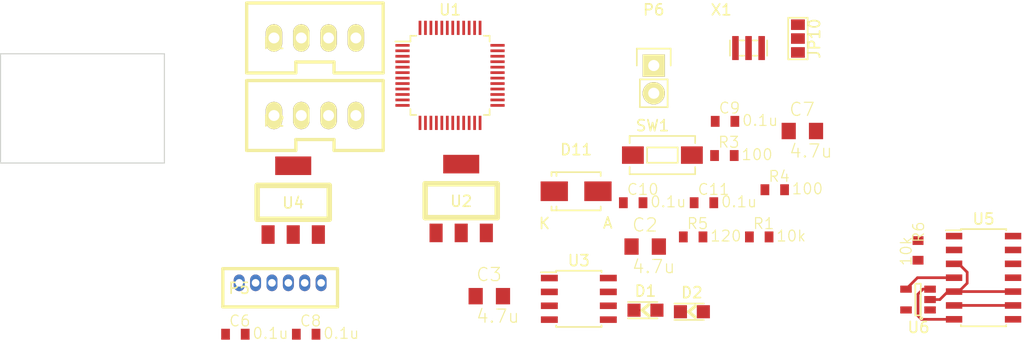
<source format=kicad_pcb>
(kicad_pcb (version 4) (host pcbnew 4.0.7)

  (general
    (links 75)
    (no_connects 69)
    (area 14.949999 14.949999 30.050001 25.050001)
    (thickness 1.6)
    (drawings 4)
    (tracks 17)
    (zones 0)
    (modules 29)
    (nets 25)
  )

  (page A4)
  (layers
    (0 F.Cu signal)
    (31 B.Cu signal)
    (32 B.Adhes user)
    (33 F.Adhes user)
    (34 B.Paste user)
    (35 F.Paste user)
    (36 B.SilkS user)
    (37 F.SilkS user)
    (38 B.Mask user)
    (39 F.Mask user)
    (40 Dwgs.User user)
    (41 Cmts.User user)
    (42 Eco1.User user)
    (43 Eco2.User user)
    (44 Edge.Cuts user)
    (45 Margin user)
    (46 B.CrtYd user)
    (47 F.CrtYd user)
    (48 B.Fab user)
    (49 F.Fab user)
  )

  (setup
    (last_trace_width 0.25)
    (trace_clearance 0.2)
    (zone_clearance 0.508)
    (zone_45_only no)
    (trace_min 0.2)
    (segment_width 0.2)
    (edge_width 0.1)
    (via_size 0.6)
    (via_drill 0.4)
    (via_min_size 0.4)
    (via_min_drill 0.3)
    (uvia_size 0.3)
    (uvia_drill 0.1)
    (uvias_allowed no)
    (uvia_min_size 0.2)
    (uvia_min_drill 0.1)
    (pcb_text_width 0.3)
    (pcb_text_size 1.5 1.5)
    (mod_edge_width 0.15)
    (mod_text_size 1 1)
    (mod_text_width 0.15)
    (pad_size 1.5 1.5)
    (pad_drill 0.6)
    (pad_to_mask_clearance 0)
    (aux_axis_origin 0 0)
    (visible_elements 7FFFFFFF)
    (pcbplotparams
      (layerselection 0x00030_80000001)
      (usegerberextensions false)
      (excludeedgelayer true)
      (linewidth 0.100000)
      (plotframeref false)
      (viasonmask false)
      (mode 1)
      (useauxorigin false)
      (hpglpennumber 1)
      (hpglpenspeed 20)
      (hpglpendiameter 15)
      (hpglpenoverlay 2)
      (psnegative false)
      (psa4output false)
      (plotreference true)
      (plotvalue true)
      (plotinvisibletext false)
      (padsonsilk false)
      (subtractmaskfromsilk false)
      (outputformat 1)
      (mirror false)
      (drillshape 1)
      (scaleselection 1)
      (outputdirectory ""))
  )

  (net 0 "")
  (net 1 +12V)
  (net 2 GND)
  (net 3 +3.3V)
  (net 4 +5V)
  (net 5 "Net-(D1-Pad2)")
  (net 6 "Net-(D2-Pad2)")
  (net 7 "Net-(D11-Pad2)")
  (net 8 "Net-(JP10-Pad2)")
  (net 9 /CAN_L)
  (net 10 /CAN_H)
  (net 11 /SWCLK)
  (net 12 /SWDIO)
  (net 13 /USART_TX)
  (net 14 /USART_RX)
  (net 15 "Net-(P6-Pad2)")
  (net 16 /NRST)
  (net 17 "Net-(R6-Pad1)")
  (net 18 /OSC_IN)
  (net 19 /OSC_OUT)
  (net 20 /CAN_RX)
  (net 21 /CAN_TX)
  (net 22 /TXD_O)
  (net 23 /TXEN)
  (net 24 /DATA)

  (net_class Default "これは標準のネット クラスです。"
    (clearance 0.2)
    (trace_width 0.25)
    (via_dia 0.6)
    (via_drill 0.4)
    (uvia_dia 0.3)
    (uvia_drill 0.1)
    (add_net +12V)
    (add_net +3.3V)
    (add_net +5V)
    (add_net /CAN_H)
    (add_net /CAN_L)
    (add_net /CAN_RX)
    (add_net /CAN_TX)
    (add_net /DATA)
    (add_net /NRST)
    (add_net /OSC_IN)
    (add_net /OSC_OUT)
    (add_net /SWCLK)
    (add_net /SWDIO)
    (add_net /TXD_O)
    (add_net /TXEN)
    (add_net /USART_RX)
    (add_net /USART_TX)
    (add_net GND)
    (add_net "Net-(D1-Pad2)")
    (add_net "Net-(D11-Pad2)")
    (add_net "Net-(D2-Pad2)")
    (add_net "Net-(JP10-Pad2)")
    (add_net "Net-(P6-Pad2)")
    (add_net "Net-(R6-Pad1)")
  )

  (module RP_KiCAD_Libs:C2012 (layer F.Cu) (tedit 0) (tstamp 5ABB42FD)
    (at 74.02 32.6494)
    (descr <b>CAPACITOR</b>)
    (path /57DCED95)
    (fp_text reference C2 (at -1.27 -1.27) (layer F.SilkS)
      (effects (font (size 1.2065 1.2065) (thickness 0.1016)) (justify left bottom))
    )
    (fp_text value 4.7u (at -1.27 2.54) (layer F.SilkS)
      (effects (font (size 1.2065 1.2065) (thickness 0.1016)) (justify left bottom))
    )
    (fp_line (start -0.381 -0.66) (end 0.381 -0.66) (layer Dwgs.User) (width 0.1016))
    (fp_line (start -0.356 0.66) (end 0.381 0.66) (layer Dwgs.User) (width 0.1016))
    (fp_poly (pts (xy -1.0922 0.7239) (xy -0.3421 0.7239) (xy -0.3421 -0.7262) (xy -1.0922 -0.7262)) (layer Dwgs.User) (width 0))
    (fp_poly (pts (xy 0.3556 0.7239) (xy 1.1057 0.7239) (xy 1.1057 -0.7262) (xy 0.3556 -0.7262)) (layer Dwgs.User) (width 0))
    (fp_poly (pts (xy -0.1001 0.4001) (xy 0.1001 0.4001) (xy 0.1001 -0.4001) (xy -0.1001 -0.4001)) (layer F.Adhes) (width 0))
    (pad 1 smd rect (at -1.25 0) (size 1.3 1.5) (layers F.Cu F.Paste F.Mask)
      (net 1 +12V))
    (pad 2 smd rect (at 1.25 0) (size 1.3 1.5) (layers F.Cu F.Paste F.Mask)
      (net 2 GND))
    (model Resistors_SMD.3dshapes/R_0805.wrl
      (at (xyz 0 0 0))
      (scale (xyz 1 1 1))
      (rotate (xyz 0 0 0))
    )
  )

  (module RP_KiCAD_Libs:C2012 (layer F.Cu) (tedit 0) (tstamp 5ABB4303)
    (at 59.75 37.1894)
    (descr <b>CAPACITOR</b>)
    (path /5815D48B)
    (fp_text reference C3 (at -1.27 -1.27) (layer F.SilkS)
      (effects (font (size 1.2065 1.2065) (thickness 0.1016)) (justify left bottom))
    )
    (fp_text value 4.7u (at -1.27 2.54) (layer F.SilkS)
      (effects (font (size 1.2065 1.2065) (thickness 0.1016)) (justify left bottom))
    )
    (fp_line (start -0.381 -0.66) (end 0.381 -0.66) (layer Dwgs.User) (width 0.1016))
    (fp_line (start -0.356 0.66) (end 0.381 0.66) (layer Dwgs.User) (width 0.1016))
    (fp_poly (pts (xy -1.0922 0.7239) (xy -0.3421 0.7239) (xy -0.3421 -0.7262) (xy -1.0922 -0.7262)) (layer Dwgs.User) (width 0))
    (fp_poly (pts (xy 0.3556 0.7239) (xy 1.1057 0.7239) (xy 1.1057 -0.7262) (xy 0.3556 -0.7262)) (layer Dwgs.User) (width 0))
    (fp_poly (pts (xy -0.1001 0.4001) (xy 0.1001 0.4001) (xy 0.1001 -0.4001) (xy -0.1001 -0.4001)) (layer F.Adhes) (width 0))
    (pad 1 smd rect (at -1.25 0) (size 1.3 1.5) (layers F.Cu F.Paste F.Mask)
      (net 3 +3.3V))
    (pad 2 smd rect (at 1.25 0) (size 1.3 1.5) (layers F.Cu F.Paste F.Mask)
      (net 2 GND))
    (model Resistors_SMD.3dshapes/R_0805.wrl
      (at (xyz 0 0 0))
      (scale (xyz 1 1 1))
      (rotate (xyz 0 0 0))
    )
  )

  (module RP_KiCAD_Libs:C1608_WP (layer F.Cu) (tedit 597B1956) (tstamp 5ABB4309)
    (at 36.5 40.675)
    (descr <b>CAPACITOR</b>)
    (path /586F7A9C)
    (fp_text reference C6 (at -0.635 -0.635) (layer F.SilkS)
      (effects (font (size 1 1) (thickness 0.1)) (justify left bottom))
    )
    (fp_text value 0.1u (at 1.5 0.5) (layer F.SilkS)
      (effects (font (size 1 1) (thickness 0.1)) (justify left bottom))
    )
    (fp_line (start -0.356 -0.432) (end 0.356 -0.432) (layer Dwgs.User) (width 0.1016))
    (fp_line (start -0.356 0.419) (end 0.356 0.419) (layer Dwgs.User) (width 0.1016))
    (fp_poly (pts (xy -0.8382 0.4699) (xy -0.3381 0.4699) (xy -0.3381 -0.4801) (xy -0.8382 -0.4801)) (layer Dwgs.User) (width 0))
    (fp_poly (pts (xy 0.3302 0.4699) (xy 0.8303 0.4699) (xy 0.8303 -0.4801) (xy 0.3302 -0.4801)) (layer Dwgs.User) (width 0))
    (fp_poly (pts (xy -0.1999 0.3) (xy 0.1999 0.3) (xy 0.1999 -0.3) (xy -0.1999 -0.3)) (layer F.Adhes) (width 0))
    (pad 1 smd rect (at -0.9 0) (size 0.8 1) (layers F.Cu F.Paste F.Mask)
      (net 2 GND))
    (pad 2 smd rect (at 0.9 0) (size 0.8 1) (layers F.Cu F.Paste F.Mask)
      (net 3 +3.3V))
    (model Resistors_SMD.3dshapes/R_0603.wrl
      (at (xyz 0 0 0))
      (scale (xyz 1 1 1))
      (rotate (xyz 0 0 0))
    )
  )

  (module RP_KiCAD_Libs:C2012 (layer F.Cu) (tedit 0) (tstamp 5ABB430F)
    (at 88.41 22.0694)
    (descr <b>CAPACITOR</b>)
    (path /57DCED4E)
    (fp_text reference C7 (at -1.27 -1.27) (layer F.SilkS)
      (effects (font (size 1.2065 1.2065) (thickness 0.1016)) (justify left bottom))
    )
    (fp_text value 4.7u (at -1.27 2.54) (layer F.SilkS)
      (effects (font (size 1.2065 1.2065) (thickness 0.1016)) (justify left bottom))
    )
    (fp_line (start -0.381 -0.66) (end 0.381 -0.66) (layer Dwgs.User) (width 0.1016))
    (fp_line (start -0.356 0.66) (end 0.381 0.66) (layer Dwgs.User) (width 0.1016))
    (fp_poly (pts (xy -1.0922 0.7239) (xy -0.3421 0.7239) (xy -0.3421 -0.7262) (xy -1.0922 -0.7262)) (layer Dwgs.User) (width 0))
    (fp_poly (pts (xy 0.3556 0.7239) (xy 1.1057 0.7239) (xy 1.1057 -0.7262) (xy 0.3556 -0.7262)) (layer Dwgs.User) (width 0))
    (fp_poly (pts (xy -0.1001 0.4001) (xy 0.1001 0.4001) (xy 0.1001 -0.4001) (xy -0.1001 -0.4001)) (layer F.Adhes) (width 0))
    (pad 1 smd rect (at -1.25 0) (size 1.3 1.5) (layers F.Cu F.Paste F.Mask)
      (net 4 +5V))
    (pad 2 smd rect (at 1.25 0) (size 1.3 1.5) (layers F.Cu F.Paste F.Mask)
      (net 2 GND))
    (model Resistors_SMD.3dshapes/R_0805.wrl
      (at (xyz 0 0 0))
      (scale (xyz 1 1 1))
      (rotate (xyz 0 0 0))
    )
  )

  (module RP_KiCAD_Libs:C1608_WP (layer F.Cu) (tedit 597B1956) (tstamp 5ABB4315)
    (at 42.98 40.675)
    (descr <b>CAPACITOR</b>)
    (path /581BF2D3)
    (fp_text reference C8 (at -0.635 -0.635) (layer F.SilkS)
      (effects (font (size 1 1) (thickness 0.1)) (justify left bottom))
    )
    (fp_text value 0.1u (at 1.5 0.5) (layer F.SilkS)
      (effects (font (size 1 1) (thickness 0.1)) (justify left bottom))
    )
    (fp_line (start -0.356 -0.432) (end 0.356 -0.432) (layer Dwgs.User) (width 0.1016))
    (fp_line (start -0.356 0.419) (end 0.356 0.419) (layer Dwgs.User) (width 0.1016))
    (fp_poly (pts (xy -0.8382 0.4699) (xy -0.3381 0.4699) (xy -0.3381 -0.4801) (xy -0.8382 -0.4801)) (layer Dwgs.User) (width 0))
    (fp_poly (pts (xy 0.3302 0.4699) (xy 0.8303 0.4699) (xy 0.8303 -0.4801) (xy 0.3302 -0.4801)) (layer Dwgs.User) (width 0))
    (fp_poly (pts (xy -0.1999 0.3) (xy 0.1999 0.3) (xy 0.1999 -0.3) (xy -0.1999 -0.3)) (layer F.Adhes) (width 0))
    (pad 1 smd rect (at -0.9 0) (size 0.8 1) (layers F.Cu F.Paste F.Mask)
      (net 2 GND))
    (pad 2 smd rect (at 0.9 0) (size 0.8 1) (layers F.Cu F.Paste F.Mask)
      (net 3 +3.3V))
    (model Resistors_SMD.3dshapes/R_0603.wrl
      (at (xyz 0 0 0))
      (scale (xyz 1 1 1))
      (rotate (xyz 0 0 0))
    )
  )

  (module RP_KiCAD_Libs:C1608_WP (layer F.Cu) (tedit 597B1956) (tstamp 5ABB431B)
    (at 81.33 21.185)
    (descr <b>CAPACITOR</b>)
    (path /581BF21A)
    (fp_text reference C9 (at -0.635 -0.635) (layer F.SilkS)
      (effects (font (size 1 1) (thickness 0.1)) (justify left bottom))
    )
    (fp_text value 0.1u (at 1.5 0.5) (layer F.SilkS)
      (effects (font (size 1 1) (thickness 0.1)) (justify left bottom))
    )
    (fp_line (start -0.356 -0.432) (end 0.356 -0.432) (layer Dwgs.User) (width 0.1016))
    (fp_line (start -0.356 0.419) (end 0.356 0.419) (layer Dwgs.User) (width 0.1016))
    (fp_poly (pts (xy -0.8382 0.4699) (xy -0.3381 0.4699) (xy -0.3381 -0.4801) (xy -0.8382 -0.4801)) (layer Dwgs.User) (width 0))
    (fp_poly (pts (xy 0.3302 0.4699) (xy 0.8303 0.4699) (xy 0.8303 -0.4801) (xy 0.3302 -0.4801)) (layer Dwgs.User) (width 0))
    (fp_poly (pts (xy -0.1999 0.3) (xy 0.1999 0.3) (xy 0.1999 -0.3) (xy -0.1999 -0.3)) (layer F.Adhes) (width 0))
    (pad 1 smd rect (at -0.9 0) (size 0.8 1) (layers F.Cu F.Paste F.Mask)
      (net 2 GND))
    (pad 2 smd rect (at 0.9 0) (size 0.8 1) (layers F.Cu F.Paste F.Mask)
      (net 3 +3.3V))
    (model Resistors_SMD.3dshapes/R_0603.wrl
      (at (xyz 0 0 0))
      (scale (xyz 1 1 1))
      (rotate (xyz 0 0 0))
    )
  )

  (module RP_KiCAD_Libs:C1608_WP (layer F.Cu) (tedit 597B1956) (tstamp 5ABB4321)
    (at 72.92 28.635)
    (descr <b>CAPACITOR</b>)
    (path /586F7A8A)
    (fp_text reference C10 (at -0.635 -0.635) (layer F.SilkS)
      (effects (font (size 1 1) (thickness 0.1)) (justify left bottom))
    )
    (fp_text value 0.1u (at 1.5 0.5) (layer F.SilkS)
      (effects (font (size 1 1) (thickness 0.1)) (justify left bottom))
    )
    (fp_line (start -0.356 -0.432) (end 0.356 -0.432) (layer Dwgs.User) (width 0.1016))
    (fp_line (start -0.356 0.419) (end 0.356 0.419) (layer Dwgs.User) (width 0.1016))
    (fp_poly (pts (xy -0.8382 0.4699) (xy -0.3381 0.4699) (xy -0.3381 -0.4801) (xy -0.8382 -0.4801)) (layer Dwgs.User) (width 0))
    (fp_poly (pts (xy 0.3302 0.4699) (xy 0.8303 0.4699) (xy 0.8303 -0.4801) (xy 0.3302 -0.4801)) (layer Dwgs.User) (width 0))
    (fp_poly (pts (xy -0.1999 0.3) (xy 0.1999 0.3) (xy 0.1999 -0.3) (xy -0.1999 -0.3)) (layer F.Adhes) (width 0))
    (pad 1 smd rect (at -0.9 0) (size 0.8 1) (layers F.Cu F.Paste F.Mask)
      (net 2 GND))
    (pad 2 smd rect (at 0.9 0) (size 0.8 1) (layers F.Cu F.Paste F.Mask)
      (net 3 +3.3V))
    (model Resistors_SMD.3dshapes/R_0603.wrl
      (at (xyz 0 0 0))
      (scale (xyz 1 1 1))
      (rotate (xyz 0 0 0))
    )
  )

  (module RP_KiCAD_Libs:C1608_WP (layer F.Cu) (tedit 597B1956) (tstamp 5ABB4327)
    (at 79.4 28.635)
    (descr <b>CAPACITOR</b>)
    (path /586F8127)
    (fp_text reference C11 (at -0.635 -0.635) (layer F.SilkS)
      (effects (font (size 1 1) (thickness 0.1)) (justify left bottom))
    )
    (fp_text value 0.1u (at 1.5 0.5) (layer F.SilkS)
      (effects (font (size 1 1) (thickness 0.1)) (justify left bottom))
    )
    (fp_line (start -0.356 -0.432) (end 0.356 -0.432) (layer Dwgs.User) (width 0.1016))
    (fp_line (start -0.356 0.419) (end 0.356 0.419) (layer Dwgs.User) (width 0.1016))
    (fp_poly (pts (xy -0.8382 0.4699) (xy -0.3381 0.4699) (xy -0.3381 -0.4801) (xy -0.8382 -0.4801)) (layer Dwgs.User) (width 0))
    (fp_poly (pts (xy 0.3302 0.4699) (xy 0.8303 0.4699) (xy 0.8303 -0.4801) (xy 0.3302 -0.4801)) (layer Dwgs.User) (width 0))
    (fp_poly (pts (xy -0.1999 0.3) (xy 0.1999 0.3) (xy 0.1999 -0.3) (xy -0.1999 -0.3)) (layer F.Adhes) (width 0))
    (pad 1 smd rect (at -0.9 0) (size 0.8 1) (layers F.Cu F.Paste F.Mask)
      (net 2 GND))
    (pad 2 smd rect (at 0.9 0) (size 0.8 1) (layers F.Cu F.Paste F.Mask)
      (net 3 +3.3V))
    (model Resistors_SMD.3dshapes/R_0603.wrl
      (at (xyz 0 0 0))
      (scale (xyz 1 1 1))
      (rotate (xyz 0 0 0))
    )
  )

  (module LEDs:LED_0805 (layer F.Cu) (tedit 58CA0E5D) (tstamp 5ABB432D)
    (at 74.045001 38.475)
    (descr "LED 0805 smd package")
    (tags "LED 0805 SMD")
    (path /57DD2FEB)
    (attr smd)
    (fp_text reference D1 (at 0 -1.75) (layer F.SilkS)
      (effects (font (size 1 1) (thickness 0.15)))
    )
    (fp_text value LED (at 0 1.75) (layer F.Fab)
      (effects (font (size 1 1) (thickness 0.15)))
    )
    (fp_line (start -0.3 0) (end 0.3 0.5) (layer F.SilkS) (width 0.3))
    (fp_line (start -0.3 0) (end 0.3 -0.5) (layer F.SilkS) (width 0.3))
    (fp_line (start -1.6 0.75) (end 1.1 0.75) (layer F.SilkS) (width 0.15))
    (fp_line (start -1.6 -0.75) (end 1.1 -0.75) (layer F.SilkS) (width 0.15))
    (fp_line (start 1.9 -0.95) (end 1.9 0.95) (layer F.CrtYd) (width 0.05))
    (fp_line (start 1.9 0.95) (end -1.9 0.95) (layer F.CrtYd) (width 0.05))
    (fp_line (start -1.9 0.95) (end -1.9 -0.95) (layer F.CrtYd) (width 0.05))
    (fp_line (start -1.9 -0.95) (end 1.9 -0.95) (layer F.CrtYd) (width 0.05))
    (pad 1 smd rect (at 1.04902 0 180) (size 1.19888 1.19888) (layers F.Cu F.Paste F.Mask)
      (net 3 +3.3V))
    (pad 2 smd rect (at -1.04902 0 180) (size 1.19888 1.19888) (layers F.Cu F.Paste F.Mask)
      (net 5 "Net-(D1-Pad2)"))
    (model LEDs.3dshapes/LED_0805.wrl
      (at (xyz 0 0 0))
      (scale (xyz 1 1 1))
      (rotate (xyz 0 0 0))
    )
  )

  (module LEDs:LED_0805 (layer F.Cu) (tedit 58CA0E5D) (tstamp 5ABB4333)
    (at 78.295001 38.615)
    (descr "LED 0805 smd package")
    (tags "LED 0805 SMD")
    (path /57DD3BCB)
    (attr smd)
    (fp_text reference D2 (at 0 -1.75) (layer F.SilkS)
      (effects (font (size 1 1) (thickness 0.15)))
    )
    (fp_text value LED (at 0 1.75) (layer F.Fab)
      (effects (font (size 1 1) (thickness 0.15)))
    )
    (fp_line (start -0.3 0) (end 0.3 0.5) (layer F.SilkS) (width 0.3))
    (fp_line (start -0.3 0) (end 0.3 -0.5) (layer F.SilkS) (width 0.3))
    (fp_line (start -1.6 0.75) (end 1.1 0.75) (layer F.SilkS) (width 0.15))
    (fp_line (start -1.6 -0.75) (end 1.1 -0.75) (layer F.SilkS) (width 0.15))
    (fp_line (start 1.9 -0.95) (end 1.9 0.95) (layer F.CrtYd) (width 0.05))
    (fp_line (start 1.9 0.95) (end -1.9 0.95) (layer F.CrtYd) (width 0.05))
    (fp_line (start -1.9 0.95) (end -1.9 -0.95) (layer F.CrtYd) (width 0.05))
    (fp_line (start -1.9 -0.95) (end 1.9 -0.95) (layer F.CrtYd) (width 0.05))
    (pad 1 smd rect (at 1.04902 0 180) (size 1.19888 1.19888) (layers F.Cu F.Paste F.Mask))
    (pad 2 smd rect (at -1.04902 0 180) (size 1.19888 1.19888) (layers F.Cu F.Paste F.Mask)
      (net 6 "Net-(D2-Pad2)"))
    (model LEDs.3dshapes/LED_0805.wrl
      (at (xyz 0 0 0))
      (scale (xyz 1 1 1))
      (rotate (xyz 0 0 0))
    )
  )

  (module Diodes_SMD:SMA_Standard (layer F.Cu) (tedit 552FF239) (tstamp 5ABB4339)
    (at 67.695001 27.585)
    (descr "Diode SMA")
    (tags "Diode SMA")
    (path /5847EBBD)
    (attr smd)
    (fp_text reference D11 (at 0 -3.81) (layer F.SilkS)
      (effects (font (size 1 1) (thickness 0.15)))
    )
    (fp_text value DIODE (at 0 4.3) (layer F.Fab)
      (effects (font (size 1 1) (thickness 0.15)))
    )
    (fp_line (start -3.5 -2) (end 3.5 -2) (layer F.CrtYd) (width 0.05))
    (fp_line (start 3.5 -2) (end 3.5 2) (layer F.CrtYd) (width 0.05))
    (fp_line (start 3.5 2) (end -3.5 2) (layer F.CrtYd) (width 0.05))
    (fp_line (start -3.5 2) (end -3.5 -2) (layer F.CrtYd) (width 0.05))
    (fp_text user K (at -2.9 2.95) (layer F.SilkS)
      (effects (font (size 1 1) (thickness 0.15)))
    )
    (fp_text user A (at 2.9 2.9) (layer F.SilkS)
      (effects (font (size 1 1) (thickness 0.15)))
    )
    (fp_circle (center 0 0) (end 0.20066 -0.0508) (layer F.Adhes) (width 0.381))
    (fp_line (start -1.79914 1.75006) (end -1.79914 1.39954) (layer F.SilkS) (width 0.15))
    (fp_line (start -1.79914 -1.75006) (end -1.79914 -1.39954) (layer F.SilkS) (width 0.15))
    (fp_line (start 2.25044 1.75006) (end 2.25044 1.39954) (layer F.SilkS) (width 0.15))
    (fp_line (start -2.25044 1.75006) (end -2.25044 1.39954) (layer F.SilkS) (width 0.15))
    (fp_line (start -2.25044 -1.75006) (end -2.25044 -1.39954) (layer F.SilkS) (width 0.15))
    (fp_line (start 2.25044 -1.75006) (end 2.25044 -1.39954) (layer F.SilkS) (width 0.15))
    (fp_line (start -2.25044 1.75006) (end 2.25044 1.75006) (layer F.SilkS) (width 0.15))
    (fp_line (start -2.25044 -1.75006) (end 2.25044 -1.75006) (layer F.SilkS) (width 0.15))
    (pad 1 smd rect (at -1.99898 0) (size 2.49936 1.80086) (layers F.Cu F.Paste F.Mask)
      (net 1 +12V))
    (pad 2 smd rect (at 1.99898 0) (size 2.49936 1.80086) (layers F.Cu F.Paste F.Mask)
      (net 7 "Net-(D11-Pad2)"))
    (model Diodes_SMD.3dshapes/SMA_Standard.wrl
      (at (xyz 0 0 0))
      (scale (xyz 0.3937 0.3937 0.3937))
      (rotate (xyz 0 0 180))
    )
  )

  (module Connect:GS3 (layer F.Cu) (tedit 0) (tstamp 5ABB4340)
    (at 88.004001 13.604762)
    (descr "Pontet Goute de soudure")
    (path /5815AB47)
    (attr virtual)
    (fp_text reference JP10 (at 1.524 0 90) (layer F.SilkS)
      (effects (font (size 1 1) (thickness 0.15)))
    )
    (fp_text value JUMPER3 (at 1.524 0 90) (layer F.Fab)
      (effects (font (size 1 1) (thickness 0.15)))
    )
    (fp_line (start -0.889 -1.905) (end -0.889 1.905) (layer F.SilkS) (width 0.15))
    (fp_line (start -0.889 1.905) (end 0.889 1.905) (layer F.SilkS) (width 0.15))
    (fp_line (start 0.889 1.905) (end 0.889 -1.905) (layer F.SilkS) (width 0.15))
    (fp_line (start -0.889 -1.905) (end 0.889 -1.905) (layer F.SilkS) (width 0.15))
    (pad 1 smd rect (at 0 -1.27) (size 1.27 0.9652) (layers F.Cu F.Paste F.Mask)
      (net 4 +5V))
    (pad 2 smd rect (at 0 0) (size 1.27 0.9652) (layers F.Cu F.Paste F.Mask)
      (net 8 "Net-(JP10-Pad2)"))
    (pad 3 smd rect (at 0 1.27) (size 1.27 0.9652) (layers F.Cu F.Paste F.Mask)
      (net 3 +3.3V))
  )

  (module RP_KiCAD_Connector:XA_4T (layer F.Cu) (tedit 5895B26F) (tstamp 5ABB4348)
    (at 40.033333 13.550001)
    (path /57DCDD10)
    (fp_text reference P1 (at 0 0.5) (layer F.SilkS)
      (effects (font (size 1 1) (thickness 0.15)))
    )
    (fp_text value CONN_01X04 (at 0 -0.5) (layer F.Fab)
      (effects (font (size 1 1) (thickness 0.15)))
    )
    (fp_line (start -2.5 3.2) (end 2 3.2) (layer F.SilkS) (width 0.3))
    (fp_line (start 2 3.2) (end 2 2.2) (layer F.SilkS) (width 0.3))
    (fp_line (start 2 2.2) (end 5.5 2.2) (layer F.SilkS) (width 0.3))
    (fp_line (start 5.5 2.2) (end 5.5 3.2) (layer F.SilkS) (width 0.3))
    (fp_line (start 5.5 3.2) (end 10 3.2) (layer F.SilkS) (width 0.3))
    (fp_line (start 10 -3.2) (end -2.5 -3.2) (layer F.SilkS) (width 0.3))
    (fp_line (start 10 3.2) (end 10 -3.2) (layer F.SilkS) (width 0.3))
    (fp_line (start -2.5 -3.2) (end -2.5 3.2) (layer F.SilkS) (width 0.3))
    (pad 4 thru_hole oval (at 0 0) (size 1.5 2.5) (drill 1) (layers *.Cu *.Mask F.SilkS)
      (net 9 /CAN_L))
    (pad 3 thru_hole oval (at 2.5 0) (size 1.5 2.5) (drill 1) (layers *.Cu *.Mask F.SilkS)
      (net 10 /CAN_H))
    (pad 2 thru_hole oval (at 5 0) (size 1.5 2.5) (drill 1) (layers *.Cu *.Mask F.SilkS)
      (net 7 "Net-(D11-Pad2)"))
    (pad 1 thru_hole oval (at 7.5 0) (size 1.5 2.5) (drill 1) (layers *.Cu *.Mask F.SilkS)
      (net 2 GND))
    (model conn_XA/XA_4T.wrl
      (at (xyz 0.15 0 0))
      (scale (xyz 3.95 3.95 3.95))
      (rotate (xyz -90 0 0))
    )
  )

  (module RP_KiCAD_Connector:XA_4T (layer F.Cu) (tedit 5895B26F) (tstamp 5ABB4350)
    (at 40.033333 20.650001)
    (path /57DCDDB3)
    (fp_text reference P2 (at 0 0.5) (layer F.SilkS)
      (effects (font (size 1 1) (thickness 0.15)))
    )
    (fp_text value CONN_01X04 (at 0 -0.5) (layer F.Fab)
      (effects (font (size 1 1) (thickness 0.15)))
    )
    (fp_line (start -2.5 3.2) (end 2 3.2) (layer F.SilkS) (width 0.3))
    (fp_line (start 2 3.2) (end 2 2.2) (layer F.SilkS) (width 0.3))
    (fp_line (start 2 2.2) (end 5.5 2.2) (layer F.SilkS) (width 0.3))
    (fp_line (start 5.5 2.2) (end 5.5 3.2) (layer F.SilkS) (width 0.3))
    (fp_line (start 5.5 3.2) (end 10 3.2) (layer F.SilkS) (width 0.3))
    (fp_line (start 10 -3.2) (end -2.5 -3.2) (layer F.SilkS) (width 0.3))
    (fp_line (start 10 3.2) (end 10 -3.2) (layer F.SilkS) (width 0.3))
    (fp_line (start -2.5 -3.2) (end -2.5 3.2) (layer F.SilkS) (width 0.3))
    (pad 4 thru_hole oval (at 0 0) (size 1.5 2.5) (drill 1) (layers *.Cu *.Mask F.SilkS)
      (net 9 /CAN_L))
    (pad 3 thru_hole oval (at 2.5 0) (size 1.5 2.5) (drill 1) (layers *.Cu *.Mask F.SilkS)
      (net 10 /CAN_H))
    (pad 2 thru_hole oval (at 5 0) (size 1.5 2.5) (drill 1) (layers *.Cu *.Mask F.SilkS)
      (net 7 "Net-(D11-Pad2)"))
    (pad 1 thru_hole oval (at 7.5 0) (size 1.5 2.5) (drill 1) (layers *.Cu *.Mask F.SilkS)
      (net 2 GND))
    (model conn_XA/XA_4T.wrl
      (at (xyz 0.15 0 0))
      (scale (xyz 3.95 3.95 3.95))
      (rotate (xyz -90 0 0))
    )
  )

  (module RP_KiCAD_Connector:ZH_6T (layer F.Cu) (tedit 585B7582) (tstamp 5ABB435A)
    (at 36.850001 35.970001)
    (path /57DDCDDC)
    (fp_text reference P5 (at 0 0.5) (layer F.SilkS)
      (effects (font (size 1 1) (thickness 0.15)))
    )
    (fp_text value CONN_01X06 (at 3.5 1.5) (layer F.Fab)
      (effects (font (size 1 1) (thickness 0.15)))
    )
    (fp_line (start -1.5 -1.3) (end 9 -1.3) (layer F.SilkS) (width 0.3))
    (fp_line (start 9 -1.3) (end 9 2.2) (layer F.SilkS) (width 0.3))
    (fp_line (start 9 2.2) (end -1.5 2.2) (layer F.SilkS) (width 0.3))
    (fp_line (start -1.5 2.2) (end -1.5 -1.3) (layer F.SilkS) (width 0.3))
    (pad 1 thru_hole oval (at 0 0) (size 1 1.524) (drill 0.7) (layers *.Cu *.Mask)
      (net 2 GND))
    (pad 2 thru_hole oval (at 1.5 0) (size 1 1.524) (drill 0.7) (layers *.Cu *.Mask)
      (net 8 "Net-(JP10-Pad2)"))
    (pad 3 thru_hole oval (at 3 0) (size 1 1.524) (drill 0.7) (layers *.Cu *.Mask)
      (net 11 /SWCLK))
    (pad 4 thru_hole oval (at 4.5 0) (size 1 1.524) (drill 0.7) (layers *.Cu *.Mask)
      (net 12 /SWDIO))
    (pad 5 thru_hole oval (at 6 0) (size 1 1.524) (drill 0.7) (layers *.Cu *.Mask)
      (net 13 /USART_TX))
    (pad 6 thru_hole oval (at 7.5 0) (size 1 1.524) (drill 0.7) (layers *.Cu *.Mask)
      (net 14 /USART_RX))
    (model conn_ZRandZH/ZH_6T.wrl
      (at (xyz 0.148 0.05 0))
      (scale (xyz 4 4 4))
      (rotate (xyz -90 0 180))
    )
  )

  (module Pin_Headers:Pin_Header_Straight_1x02 (layer F.Cu) (tedit 54EA090C) (tstamp 5ABB4360)
    (at 74.803333 16.075)
    (descr "Through hole pin header")
    (tags "pin header")
    (path /57E11162)
    (fp_text reference P6 (at 0 -5.1) (layer F.SilkS)
      (effects (font (size 1 1) (thickness 0.15)))
    )
    (fp_text value CONN_01X02 (at 0 -3.1) (layer F.Fab)
      (effects (font (size 1 1) (thickness 0.15)))
    )
    (fp_line (start 1.27 1.27) (end 1.27 3.81) (layer F.SilkS) (width 0.15))
    (fp_line (start 1.55 -1.55) (end 1.55 0) (layer F.SilkS) (width 0.15))
    (fp_line (start -1.75 -1.75) (end -1.75 4.3) (layer F.CrtYd) (width 0.05))
    (fp_line (start 1.75 -1.75) (end 1.75 4.3) (layer F.CrtYd) (width 0.05))
    (fp_line (start -1.75 -1.75) (end 1.75 -1.75) (layer F.CrtYd) (width 0.05))
    (fp_line (start -1.75 4.3) (end 1.75 4.3) (layer F.CrtYd) (width 0.05))
    (fp_line (start 1.27 1.27) (end -1.27 1.27) (layer F.SilkS) (width 0.15))
    (fp_line (start -1.55 0) (end -1.55 -1.55) (layer F.SilkS) (width 0.15))
    (fp_line (start -1.55 -1.55) (end 1.55 -1.55) (layer F.SilkS) (width 0.15))
    (fp_line (start -1.27 1.27) (end -1.27 3.81) (layer F.SilkS) (width 0.15))
    (fp_line (start -1.27 3.81) (end 1.27 3.81) (layer F.SilkS) (width 0.15))
    (pad 1 thru_hole rect (at 0 0) (size 2.032 2.032) (drill 1.016) (layers *.Cu *.Mask F.SilkS)
      (net 10 /CAN_H))
    (pad 2 thru_hole oval (at 0 2.54) (size 2.032 2.032) (drill 1.016) (layers *.Cu *.Mask F.SilkS)
      (net 15 "Net-(P6-Pad2)"))
    (model Pin_Headers.3dshapes/Pin_Header_Straight_1x02.wrl
      (at (xyz 0 -0.05 0))
      (scale (xyz 1 1 1))
      (rotate (xyz 0 0 90))
    )
  )

  (module RP_KiCAD_Libs:C1608_WP (layer F.Cu) (tedit 597B1956) (tstamp 5ABB4366)
    (at 84.46 31.765)
    (descr <b>CAPACITOR</b>)
    (path /5773CB7C)
    (fp_text reference R1 (at -0.635 -0.635) (layer F.SilkS)
      (effects (font (size 1 1) (thickness 0.1)) (justify left bottom))
    )
    (fp_text value 10k (at 1.5 0.5) (layer F.SilkS)
      (effects (font (size 1 1) (thickness 0.1)) (justify left bottom))
    )
    (fp_line (start -0.356 -0.432) (end 0.356 -0.432) (layer Dwgs.User) (width 0.1016))
    (fp_line (start -0.356 0.419) (end 0.356 0.419) (layer Dwgs.User) (width 0.1016))
    (fp_poly (pts (xy -0.8382 0.4699) (xy -0.3381 0.4699) (xy -0.3381 -0.4801) (xy -0.8382 -0.4801)) (layer Dwgs.User) (width 0))
    (fp_poly (pts (xy 0.3302 0.4699) (xy 0.8303 0.4699) (xy 0.8303 -0.4801) (xy 0.3302 -0.4801)) (layer Dwgs.User) (width 0))
    (fp_poly (pts (xy -0.1999 0.3) (xy 0.1999 0.3) (xy 0.1999 -0.3) (xy -0.1999 -0.3)) (layer F.Adhes) (width 0))
    (pad 1 smd rect (at -0.9 0) (size 0.8 1) (layers F.Cu F.Paste F.Mask)
      (net 3 +3.3V))
    (pad 2 smd rect (at 0.9 0) (size 0.8 1) (layers F.Cu F.Paste F.Mask)
      (net 16 /NRST))
    (model Resistors_SMD.3dshapes/R_0603.wrl
      (at (xyz 0 0 0))
      (scale (xyz 1 1 1))
      (rotate (xyz 0 0 0))
    )
  )

  (module RP_KiCAD_Libs:C1608_WP (layer F.Cu) (tedit 597B1956) (tstamp 5ABB436C)
    (at 81.27 24.315)
    (descr <b>CAPACITOR</b>)
    (path /57DD3091)
    (fp_text reference R3 (at -0.635 -0.635) (layer F.SilkS)
      (effects (font (size 1 1) (thickness 0.1)) (justify left bottom))
    )
    (fp_text value 100 (at 1.5 0.5) (layer F.SilkS)
      (effects (font (size 1 1) (thickness 0.1)) (justify left bottom))
    )
    (fp_line (start -0.356 -0.432) (end 0.356 -0.432) (layer Dwgs.User) (width 0.1016))
    (fp_line (start -0.356 0.419) (end 0.356 0.419) (layer Dwgs.User) (width 0.1016))
    (fp_poly (pts (xy -0.8382 0.4699) (xy -0.3381 0.4699) (xy -0.3381 -0.4801) (xy -0.8382 -0.4801)) (layer Dwgs.User) (width 0))
    (fp_poly (pts (xy 0.3302 0.4699) (xy 0.8303 0.4699) (xy 0.8303 -0.4801) (xy 0.3302 -0.4801)) (layer Dwgs.User) (width 0))
    (fp_poly (pts (xy -0.1999 0.3) (xy 0.1999 0.3) (xy 0.1999 -0.3) (xy -0.1999 -0.3)) (layer F.Adhes) (width 0))
    (pad 1 smd rect (at -0.9 0) (size 0.8 1) (layers F.Cu F.Paste F.Mask)
      (net 5 "Net-(D1-Pad2)"))
    (pad 2 smd rect (at 0.9 0) (size 0.8 1) (layers F.Cu F.Paste F.Mask)
      (net 2 GND))
    (model Resistors_SMD.3dshapes/R_0603.wrl
      (at (xyz 0 0 0))
      (scale (xyz 1 1 1))
      (rotate (xyz 0 0 0))
    )
  )

  (module RP_KiCAD_Libs:C1608_WP (layer F.Cu) (tedit 597B1956) (tstamp 5ABB4372)
    (at 85.88 27.445)
    (descr <b>CAPACITOR</b>)
    (path /57DD3BD1)
    (fp_text reference R4 (at -0.635 -0.635) (layer F.SilkS)
      (effects (font (size 1 1) (thickness 0.1)) (justify left bottom))
    )
    (fp_text value 100 (at 1.5 0.5) (layer F.SilkS)
      (effects (font (size 1 1) (thickness 0.1)) (justify left bottom))
    )
    (fp_line (start -0.356 -0.432) (end 0.356 -0.432) (layer Dwgs.User) (width 0.1016))
    (fp_line (start -0.356 0.419) (end 0.356 0.419) (layer Dwgs.User) (width 0.1016))
    (fp_poly (pts (xy -0.8382 0.4699) (xy -0.3381 0.4699) (xy -0.3381 -0.4801) (xy -0.8382 -0.4801)) (layer Dwgs.User) (width 0))
    (fp_poly (pts (xy 0.3302 0.4699) (xy 0.8303 0.4699) (xy 0.8303 -0.4801) (xy 0.3302 -0.4801)) (layer Dwgs.User) (width 0))
    (fp_poly (pts (xy -0.1999 0.3) (xy 0.1999 0.3) (xy 0.1999 -0.3) (xy -0.1999 -0.3)) (layer F.Adhes) (width 0))
    (pad 1 smd rect (at -0.9 0) (size 0.8 1) (layers F.Cu F.Paste F.Mask)
      (net 6 "Net-(D2-Pad2)"))
    (pad 2 smd rect (at 0.9 0) (size 0.8 1) (layers F.Cu F.Paste F.Mask)
      (net 2 GND))
    (model Resistors_SMD.3dshapes/R_0603.wrl
      (at (xyz 0 0 0))
      (scale (xyz 1 1 1))
      (rotate (xyz 0 0 0))
    )
  )

  (module RP_KiCAD_Libs:C1608_WP (layer F.Cu) (tedit 597B1956) (tstamp 5ABB4378)
    (at 78.41 31.765)
    (descr <b>CAPACITOR</b>)
    (path /57E111F2)
    (fp_text reference R5 (at -0.635 -0.635) (layer F.SilkS)
      (effects (font (size 1 1) (thickness 0.1)) (justify left bottom))
    )
    (fp_text value 120 (at 1.5 0.5) (layer F.SilkS)
      (effects (font (size 1 1) (thickness 0.1)) (justify left bottom))
    )
    (fp_line (start -0.356 -0.432) (end 0.356 -0.432) (layer Dwgs.User) (width 0.1016))
    (fp_line (start -0.356 0.419) (end 0.356 0.419) (layer Dwgs.User) (width 0.1016))
    (fp_poly (pts (xy -0.8382 0.4699) (xy -0.3381 0.4699) (xy -0.3381 -0.4801) (xy -0.8382 -0.4801)) (layer Dwgs.User) (width 0))
    (fp_poly (pts (xy 0.3302 0.4699) (xy 0.8303 0.4699) (xy 0.8303 -0.4801) (xy 0.3302 -0.4801)) (layer Dwgs.User) (width 0))
    (fp_poly (pts (xy -0.1999 0.3) (xy 0.1999 0.3) (xy 0.1999 -0.3) (xy -0.1999 -0.3)) (layer F.Adhes) (width 0))
    (pad 1 smd rect (at -0.9 0) (size 0.8 1) (layers F.Cu F.Paste F.Mask)
      (net 9 /CAN_L))
    (pad 2 smd rect (at 0.9 0) (size 0.8 1) (layers F.Cu F.Paste F.Mask)
      (net 15 "Net-(P6-Pad2)"))
    (model Resistors_SMD.3dshapes/R_0603.wrl
      (at (xyz 0 0 0))
      (scale (xyz 1 1 1))
      (rotate (xyz 0 0 0))
    )
  )

  (module RP_KiCAD_Libs:C1608_WP (layer F.Cu) (tedit 597B1956) (tstamp 5ABB437E)
    (at 99 33 270)
    (descr <b>CAPACITOR</b>)
    (path /5ABB5858)
    (fp_text reference R6 (at -0.635 -0.635 270) (layer F.SilkS)
      (effects (font (size 1 1) (thickness 0.1)) (justify left bottom))
    )
    (fp_text value 10k (at 1.5 0.5 270) (layer F.SilkS)
      (effects (font (size 1 1) (thickness 0.1)) (justify left bottom))
    )
    (fp_line (start -0.356 -0.432) (end 0.356 -0.432) (layer Dwgs.User) (width 0.1016))
    (fp_line (start -0.356 0.419) (end 0.356 0.419) (layer Dwgs.User) (width 0.1016))
    (fp_poly (pts (xy -0.8382 0.4699) (xy -0.3381 0.4699) (xy -0.3381 -0.4801) (xy -0.8382 -0.4801)) (layer Dwgs.User) (width 0))
    (fp_poly (pts (xy 0.3302 0.4699) (xy 0.8303 0.4699) (xy 0.8303 -0.4801) (xy 0.3302 -0.4801)) (layer Dwgs.User) (width 0))
    (fp_poly (pts (xy -0.1999 0.3) (xy 0.1999 0.3) (xy 0.1999 -0.3) (xy -0.1999 -0.3)) (layer F.Adhes) (width 0))
    (pad 1 smd rect (at -0.9 0 270) (size 0.8 1) (layers F.Cu F.Paste F.Mask)
      (net 17 "Net-(R6-Pad1)"))
    (pad 2 smd rect (at 0.9 0 270) (size 0.8 1) (layers F.Cu F.Paste F.Mask)
      (net 4 +5V))
    (model Resistors_SMD.3dshapes/R_0603.wrl
      (at (xyz 0 0 0))
      (scale (xyz 1 1 1))
      (rotate (xyz 0 0 0))
    )
  )

  (module Buttons_Switches_SMD:SW_SPST_EVQPE1 (layer F.Cu) (tedit 55DB43C0) (tstamp 5ABB4384)
    (at 75.595001 24.275)
    (descr "Light Touch Switch")
    (path /5773C76A)
    (attr smd)
    (fp_text reference SW1 (at -0.9 -2.7) (layer F.SilkS)
      (effects (font (size 1 1) (thickness 0.15)))
    )
    (fp_text value SW_PUSH (at 0 0) (layer F.Fab)
      (effects (font (size 1 1) (thickness 0.15)))
    )
    (fp_line (start -1.4 -0.7) (end 1.4 -0.7) (layer F.SilkS) (width 0.15))
    (fp_line (start 1.4 -0.7) (end 1.4 0.7) (layer F.SilkS) (width 0.15))
    (fp_line (start 1.4 0.7) (end -1.4 0.7) (layer F.SilkS) (width 0.15))
    (fp_line (start -1.4 0.7) (end -1.4 -0.7) (layer F.SilkS) (width 0.15))
    (fp_line (start -3.95 -2) (end 3.95 -2) (layer F.CrtYd) (width 0.05))
    (fp_line (start 3.95 -2) (end 3.95 2) (layer F.CrtYd) (width 0.05))
    (fp_line (start 3.95 2) (end -3.95 2) (layer F.CrtYd) (width 0.05))
    (fp_line (start -3.95 2) (end -3.95 -2) (layer F.CrtYd) (width 0.05))
    (fp_line (start 3 -1.75) (end 3 -1.1) (layer F.SilkS) (width 0.15))
    (fp_line (start 3 1.75) (end 3 1.1) (layer F.SilkS) (width 0.15))
    (fp_line (start -3 1.1) (end -3 1.75) (layer F.SilkS) (width 0.15))
    (fp_line (start -3 -1.75) (end -3 -1.1) (layer F.SilkS) (width 0.15))
    (fp_line (start 3 -1.75) (end -3 -1.75) (layer F.SilkS) (width 0.15))
    (fp_line (start -3 1.75) (end 3 1.75) (layer F.SilkS) (width 0.15))
    (pad 2 smd rect (at 2.7 0) (size 2 1.6) (layers F.Cu F.Paste F.Mask)
      (net 16 /NRST))
    (pad 1 smd rect (at -2.7 0) (size 2 1.6) (layers F.Cu F.Paste F.Mask)
      (net 2 GND))
  )

  (module Housings_QFP:LQFP-48_7x7mm_Pitch0.5mm (layer F.Cu) (tedit 54130A77) (tstamp 5ABB43B8)
    (at 56.151429 16.975)
    (descr "48 LEAD LQFP 7x7mm (see MICREL LQFP7x7-48LD-PL-1.pdf)")
    (tags "QFP 0.5")
    (path /5773BC88)
    (attr smd)
    (fp_text reference U1 (at 0 -6) (layer F.SilkS)
      (effects (font (size 1 1) (thickness 0.15)))
    )
    (fp_text value STM32F103_48 (at 0 6) (layer F.Fab)
      (effects (font (size 1 1) (thickness 0.15)))
    )
    (fp_line (start -5.25 -5.25) (end -5.25 5.25) (layer F.CrtYd) (width 0.05))
    (fp_line (start 5.25 -5.25) (end 5.25 5.25) (layer F.CrtYd) (width 0.05))
    (fp_line (start -5.25 -5.25) (end 5.25 -5.25) (layer F.CrtYd) (width 0.05))
    (fp_line (start -5.25 5.25) (end 5.25 5.25) (layer F.CrtYd) (width 0.05))
    (fp_line (start -3.625 -3.625) (end -3.625 -3.1) (layer F.SilkS) (width 0.15))
    (fp_line (start 3.625 -3.625) (end 3.625 -3.1) (layer F.SilkS) (width 0.15))
    (fp_line (start 3.625 3.625) (end 3.625 3.1) (layer F.SilkS) (width 0.15))
    (fp_line (start -3.625 3.625) (end -3.625 3.1) (layer F.SilkS) (width 0.15))
    (fp_line (start -3.625 -3.625) (end -3.1 -3.625) (layer F.SilkS) (width 0.15))
    (fp_line (start -3.625 3.625) (end -3.1 3.625) (layer F.SilkS) (width 0.15))
    (fp_line (start 3.625 3.625) (end 3.1 3.625) (layer F.SilkS) (width 0.15))
    (fp_line (start 3.625 -3.625) (end 3.1 -3.625) (layer F.SilkS) (width 0.15))
    (fp_line (start -3.625 -3.1) (end -5 -3.1) (layer F.SilkS) (width 0.15))
    (pad 1 smd rect (at -4.35 -2.75) (size 1.3 0.25) (layers F.Cu F.Paste F.Mask))
    (pad 2 smd rect (at -4.35 -2.25) (size 1.3 0.25) (layers F.Cu F.Paste F.Mask))
    (pad 3 smd rect (at -4.35 -1.75) (size 1.3 0.25) (layers F.Cu F.Paste F.Mask))
    (pad 4 smd rect (at -4.35 -1.25) (size 1.3 0.25) (layers F.Cu F.Paste F.Mask))
    (pad 5 smd rect (at -4.35 -0.75) (size 1.3 0.25) (layers F.Cu F.Paste F.Mask)
      (net 18 /OSC_IN))
    (pad 6 smd rect (at -4.35 -0.25) (size 1.3 0.25) (layers F.Cu F.Paste F.Mask)
      (net 19 /OSC_OUT))
    (pad 7 smd rect (at -4.35 0.25) (size 1.3 0.25) (layers F.Cu F.Paste F.Mask)
      (net 16 /NRST))
    (pad 8 smd rect (at -4.35 0.75) (size 1.3 0.25) (layers F.Cu F.Paste F.Mask)
      (net 2 GND))
    (pad 9 smd rect (at -4.35 1.25) (size 1.3 0.25) (layers F.Cu F.Paste F.Mask)
      (net 3 +3.3V))
    (pad 10 smd rect (at -4.35 1.75) (size 1.3 0.25) (layers F.Cu F.Paste F.Mask))
    (pad 11 smd rect (at -4.35 2.25) (size 1.3 0.25) (layers F.Cu F.Paste F.Mask))
    (pad 12 smd rect (at -4.35 2.75) (size 1.3 0.25) (layers F.Cu F.Paste F.Mask))
    (pad 13 smd rect (at -2.75 4.35 90) (size 1.3 0.25) (layers F.Cu F.Paste F.Mask))
    (pad 14 smd rect (at -2.25 4.35 90) (size 1.3 0.25) (layers F.Cu F.Paste F.Mask))
    (pad 15 smd rect (at -1.75 4.35 90) (size 1.3 0.25) (layers F.Cu F.Paste F.Mask))
    (pad 16 smd rect (at -1.25 4.35 90) (size 1.3 0.25) (layers F.Cu F.Paste F.Mask))
    (pad 17 smd rect (at -0.75 4.35 90) (size 1.3 0.25) (layers F.Cu F.Paste F.Mask))
    (pad 18 smd rect (at -0.25 4.35 90) (size 1.3 0.25) (layers F.Cu F.Paste F.Mask))
    (pad 19 smd rect (at 0.25 4.35 90) (size 1.3 0.25) (layers F.Cu F.Paste F.Mask))
    (pad 20 smd rect (at 0.75 4.35 90) (size 1.3 0.25) (layers F.Cu F.Paste F.Mask))
    (pad 21 smd rect (at 1.25 4.35 90) (size 1.3 0.25) (layers F.Cu F.Paste F.Mask))
    (pad 22 smd rect (at 1.75 4.35 90) (size 1.3 0.25) (layers F.Cu F.Paste F.Mask))
    (pad 23 smd rect (at 2.25 4.35 90) (size 1.3 0.25) (layers F.Cu F.Paste F.Mask)
      (net 2 GND))
    (pad 24 smd rect (at 2.75 4.35 90) (size 1.3 0.25) (layers F.Cu F.Paste F.Mask)
      (net 3 +3.3V))
    (pad 25 smd rect (at 4.35 2.75) (size 1.3 0.25) (layers F.Cu F.Paste F.Mask))
    (pad 26 smd rect (at 4.35 2.25) (size 1.3 0.25) (layers F.Cu F.Paste F.Mask))
    (pad 27 smd rect (at 4.35 1.75) (size 1.3 0.25) (layers F.Cu F.Paste F.Mask))
    (pad 28 smd rect (at 4.35 1.25) (size 1.3 0.25) (layers F.Cu F.Paste F.Mask))
    (pad 29 smd rect (at 4.35 0.75) (size 1.3 0.25) (layers F.Cu F.Paste F.Mask))
    (pad 30 smd rect (at 4.35 0.25) (size 1.3 0.25) (layers F.Cu F.Paste F.Mask)
      (net 13 /USART_TX))
    (pad 31 smd rect (at 4.35 -0.25) (size 1.3 0.25) (layers F.Cu F.Paste F.Mask)
      (net 14 /USART_RX))
    (pad 32 smd rect (at 4.35 -0.75) (size 1.3 0.25) (layers F.Cu F.Paste F.Mask)
      (net 20 /CAN_RX))
    (pad 33 smd rect (at 4.35 -1.25) (size 1.3 0.25) (layers F.Cu F.Paste F.Mask)
      (net 21 /CAN_TX))
    (pad 34 smd rect (at 4.35 -1.75) (size 1.3 0.25) (layers F.Cu F.Paste F.Mask)
      (net 12 /SWDIO))
    (pad 35 smd rect (at 4.35 -2.25) (size 1.3 0.25) (layers F.Cu F.Paste F.Mask)
      (net 2 GND))
    (pad 36 smd rect (at 4.35 -2.75) (size 1.3 0.25) (layers F.Cu F.Paste F.Mask)
      (net 3 +3.3V))
    (pad 37 smd rect (at 2.75 -4.35 90) (size 1.3 0.25) (layers F.Cu F.Paste F.Mask)
      (net 11 /SWCLK))
    (pad 38 smd rect (at 2.25 -4.35 90) (size 1.3 0.25) (layers F.Cu F.Paste F.Mask))
    (pad 39 smd rect (at 1.75 -4.35 90) (size 1.3 0.25) (layers F.Cu F.Paste F.Mask))
    (pad 40 smd rect (at 1.25 -4.35 90) (size 1.3 0.25) (layers F.Cu F.Paste F.Mask))
    (pad 41 smd rect (at 0.75 -4.35 90) (size 1.3 0.25) (layers F.Cu F.Paste F.Mask))
    (pad 42 smd rect (at 0.25 -4.35 90) (size 1.3 0.25) (layers F.Cu F.Paste F.Mask))
    (pad 43 smd rect (at -0.25 -4.35 90) (size 1.3 0.25) (layers F.Cu F.Paste F.Mask))
    (pad 44 smd rect (at -0.75 -4.35 90) (size 1.3 0.25) (layers F.Cu F.Paste F.Mask))
    (pad 45 smd rect (at -1.25 -4.35 90) (size 1.3 0.25) (layers F.Cu F.Paste F.Mask))
    (pad 46 smd rect (at -1.75 -4.35 90) (size 1.3 0.25) (layers F.Cu F.Paste F.Mask))
    (pad 47 smd rect (at -2.25 -4.35 90) (size 1.3 0.25) (layers F.Cu F.Paste F.Mask)
      (net 2 GND))
    (pad 48 smd rect (at -2.75 -4.35 90) (size 1.3 0.25) (layers F.Cu F.Paste F.Mask)
      (net 3 +3.3V))
    (model Housings_QFP.3dshapes/LQFP-48_7x7mm_Pitch0.5mm.wrl
      (at (xyz 0 0 0))
      (scale (xyz 1 1 1))
      (rotate (xyz 0 0 0))
    )
  )

  (module TO_SOT_Packages_SMD:SOT-223_reg (layer F.Cu) (tedit 57D7553B) (tstamp 5ABB43C0)
    (at 57.175238 31.4)
    (path /57DCE9BB)
    (fp_text reference U2 (at 0 -2.9) (layer F.SilkS)
      (effects (font (size 1 1) (thickness 0.15)))
    )
    (fp_text value NCP1117ST33T3G (at 0 1.7) (layer F.Fab)
      (effects (font (size 1 1) (thickness 0.15)))
    )
    (fp_line (start 3.3 -4.5) (end 3.3 -1.4) (layer F.SilkS) (width 0.5))
    (fp_line (start -3.3 -4.5) (end -3.3 -1.4) (layer F.SilkS) (width 0.5))
    (fp_line (start -3.3 -1.4) (end 3.3 -1.4) (layer F.SilkS) (width 0.5))
    (fp_line (start -3.3 -4.5) (end 3.3 -4.5) (layer F.SilkS) (width 0.5))
    (pad 1 smd rect (at -2.3 0) (size 1.2 1.7) (layers F.Cu F.Paste F.Mask)
      (net 2 GND))
    (pad 2 smd rect (at 0 0) (size 1.2 1.7) (layers F.Cu F.Paste F.Mask)
      (net 4 +5V))
    (pad 3 smd rect (at 2.3 0) (size 1.2 1.7) (layers F.Cu F.Paste F.Mask)
      (net 1 +12V))
    (pad 2 smd rect (at 0 -6.3) (size 3.3 1.7) (layers F.Cu F.Paste F.Mask)
      (net 4 +5V))
    (model TO_SOT_Packages_SMD.3dshapes/SOT-223.wrl
      (at (xyz 0 0.12 0))
      (scale (xyz 0.39 0.39 0.39))
      (rotate (xyz 0 0 0))
    )
  )

  (module Housings_SOIC:SOIC-8_3.9x4.9mm_Pitch1.27mm (layer F.Cu) (tedit 59C078EE) (tstamp 5ABB43CC)
    (at 67.945001 37.435)
    (descr "8-Lead Plastic Small Outline (SN) - Narrow, 3.90 mm Body [SOIC] (see Microchip Packaging Specification 00000049BS.pdf)")
    (tags "SOIC 1.27")
    (path /57DCC3FC)
    (attr smd)
    (fp_text reference U3 (at 0 -3.5) (layer F.SilkS)
      (effects (font (size 1 1) (thickness 0.15)))
    )
    (fp_text value MAX3051 (at 0 3.5) (layer F.Fab)
      (effects (font (size 1 1) (thickness 0.15)))
    )
    (fp_line (start -3.75 -2.75) (end -3.75 2.75) (layer F.CrtYd) (width 0.05))
    (fp_line (start 3.75 -2.75) (end 3.75 2.75) (layer F.CrtYd) (width 0.05))
    (fp_line (start -3.75 -2.75) (end 3.75 -2.75) (layer F.CrtYd) (width 0.05))
    (fp_line (start -3.75 2.75) (end 3.75 2.75) (layer F.CrtYd) (width 0.05))
    (fp_line (start -2.075 -2.575) (end -2.075 -2.43) (layer F.SilkS) (width 0.15))
    (fp_line (start 2.075 -2.575) (end 2.075 -2.43) (layer F.SilkS) (width 0.15))
    (fp_line (start 2.075 2.575) (end 2.075 2.43) (layer F.SilkS) (width 0.15))
    (fp_line (start -2.075 2.575) (end -2.075 2.43) (layer F.SilkS) (width 0.15))
    (fp_line (start -2.075 -2.575) (end 2.075 -2.575) (layer F.SilkS) (width 0.15))
    (fp_line (start -2.075 2.575) (end 2.075 2.575) (layer F.SilkS) (width 0.15))
    (fp_line (start -2.075 -2.43) (end -3.475 -2.43) (layer F.SilkS) (width 0.15))
    (pad 1 smd rect (at -2.7 -1.905) (size 1.55 0.6) (layers F.Cu F.Paste F.Mask)
      (net 21 /CAN_TX))
    (pad 2 smd rect (at -2.7 -0.635) (size 1.55 0.6) (layers F.Cu F.Paste F.Mask)
      (net 2 GND))
    (pad 3 smd rect (at -2.7 0.635) (size 1.55 0.6) (layers F.Cu F.Paste F.Mask)
      (net 3 +3.3V))
    (pad 4 smd rect (at -2.7 1.905) (size 1.55 0.6) (layers F.Cu F.Paste F.Mask)
      (net 20 /CAN_RX))
    (pad 5 smd rect (at 2.7 1.905) (size 1.55 0.6) (layers F.Cu F.Paste F.Mask)
      (net 2 GND))
    (pad 6 smd rect (at 2.7 0.635) (size 1.55 0.6) (layers F.Cu F.Paste F.Mask)
      (net 9 /CAN_L))
    (pad 7 smd rect (at 2.7 -0.635) (size 1.55 0.6) (layers F.Cu F.Paste F.Mask)
      (net 10 /CAN_H))
    (pad 8 smd rect (at 2.7 -1.905) (size 1.55 0.6) (layers F.Cu F.Paste F.Mask)
      (net 2 GND))
    (model Housings_SOIC.3dshapes/SOIC-8_3.9x4.9mm_Pitch1.27mm.wrl
      (at (xyz 0 0 0))
      (scale (xyz 1 1 1))
      (rotate (xyz 0 0 0))
    )
  )

  (module TO_SOT_Packages_SMD:SOT-223_reg (layer F.Cu) (tedit 57D7553B) (tstamp 5ABB43D4)
    (at 41.795238 31.55)
    (path /5815D36E)
    (fp_text reference U4 (at 0 -2.9) (layer F.SilkS)
      (effects (font (size 1 1) (thickness 0.15)))
    )
    (fp_text value NCP1117ST50T3G (at 0 1.7) (layer F.Fab)
      (effects (font (size 1 1) (thickness 0.15)))
    )
    (fp_line (start 3.3 -4.5) (end 3.3 -1.4) (layer F.SilkS) (width 0.5))
    (fp_line (start -3.3 -4.5) (end -3.3 -1.4) (layer F.SilkS) (width 0.5))
    (fp_line (start -3.3 -1.4) (end 3.3 -1.4) (layer F.SilkS) (width 0.5))
    (fp_line (start -3.3 -4.5) (end 3.3 -4.5) (layer F.SilkS) (width 0.5))
    (pad 1 smd rect (at -2.3 0) (size 1.2 1.7) (layers F.Cu F.Paste F.Mask)
      (net 2 GND))
    (pad 2 smd rect (at 0 0) (size 1.2 1.7) (layers F.Cu F.Paste F.Mask)
      (net 3 +3.3V))
    (pad 3 smd rect (at 2.3 0) (size 1.2 1.7) (layers F.Cu F.Paste F.Mask)
      (net 4 +5V))
    (pad 2 smd rect (at 0 -6.3) (size 3.3 1.7) (layers F.Cu F.Paste F.Mask)
      (net 3 +3.3V))
    (model TO_SOT_Packages_SMD.3dshapes/SOT-223.wrl
      (at (xyz 0 0.12 0))
      (scale (xyz 0.39 0.39 0.39))
      (rotate (xyz 0 0 0))
    )
  )

  (module Housings_SOIC:SOIC-14_3.9x8.7mm_Pitch1.27mm (layer F.Cu) (tedit 54130A77) (tstamp 5ABB43E6)
    (at 105 35.5)
    (descr "14-Lead Plastic Small Outline (SL) - Narrow, 3.90 mm Body [SOIC] (see Microchip Packaging Specification 00000049BS.pdf)")
    (tags "SOIC 1.27")
    (path /5ABB4773)
    (attr smd)
    (fp_text reference U5 (at 0 -5.375) (layer F.SilkS)
      (effects (font (size 1 1) (thickness 0.15)))
    )
    (fp_text value 74LS126 (at 0 5.375) (layer F.Fab)
      (effects (font (size 1 1) (thickness 0.15)))
    )
    (fp_line (start -3.7 -4.65) (end -3.7 4.65) (layer F.CrtYd) (width 0.05))
    (fp_line (start 3.7 -4.65) (end 3.7 4.65) (layer F.CrtYd) (width 0.05))
    (fp_line (start -3.7 -4.65) (end 3.7 -4.65) (layer F.CrtYd) (width 0.05))
    (fp_line (start -3.7 4.65) (end 3.7 4.65) (layer F.CrtYd) (width 0.05))
    (fp_line (start -2.075 -4.45) (end -2.075 -4.335) (layer F.SilkS) (width 0.15))
    (fp_line (start 2.075 -4.45) (end 2.075 -4.335) (layer F.SilkS) (width 0.15))
    (fp_line (start 2.075 4.45) (end 2.075 4.335) (layer F.SilkS) (width 0.15))
    (fp_line (start -2.075 4.45) (end -2.075 4.335) (layer F.SilkS) (width 0.15))
    (fp_line (start -2.075 -4.45) (end 2.075 -4.45) (layer F.SilkS) (width 0.15))
    (fp_line (start -2.075 4.45) (end 2.075 4.45) (layer F.SilkS) (width 0.15))
    (fp_line (start -2.075 -4.335) (end -3.45 -4.335) (layer F.SilkS) (width 0.15))
    (pad 1 smd rect (at -2.7 -3.81) (size 1.5 0.6) (layers F.Cu F.Paste F.Mask)
      (net 17 "Net-(R6-Pad1)"))
    (pad 2 smd rect (at -2.7 -2.54) (size 1.5 0.6) (layers F.Cu F.Paste F.Mask))
    (pad 3 smd rect (at -2.7 -1.27) (size 1.5 0.6) (layers F.Cu F.Paste F.Mask)
      (net 22 /TXD_O))
    (pad 4 smd rect (at -2.7 0) (size 1.5 0.6) (layers F.Cu F.Paste F.Mask)
      (net 23 /TXEN))
    (pad 5 smd rect (at -2.7 1.27) (size 1.5 0.6) (layers F.Cu F.Paste F.Mask)
      (net 22 /TXD_O))
    (pad 6 smd rect (at -2.7 2.54) (size 1.5 0.6) (layers F.Cu F.Paste F.Mask)
      (net 24 /DATA))
    (pad 7 smd rect (at -2.7 3.81) (size 1.5 0.6) (layers F.Cu F.Paste F.Mask)
      (net 2 GND))
    (pad 8 smd rect (at 2.7 3.81) (size 1.5 0.6) (layers F.Cu F.Paste F.Mask))
    (pad 9 smd rect (at 2.7 2.54) (size 1.5 0.6) (layers F.Cu F.Paste F.Mask)
      (net 24 /DATA))
    (pad 10 smd rect (at 2.7 1.27) (size 1.5 0.6) (layers F.Cu F.Paste F.Mask)
      (net 22 /TXD_O))
    (pad 11 smd rect (at 2.7 0) (size 1.5 0.6) (layers F.Cu F.Paste F.Mask))
    (pad 12 smd rect (at 2.7 -1.27) (size 1.5 0.6) (layers F.Cu F.Paste F.Mask))
    (pad 13 smd rect (at 2.7 -2.54) (size 1.5 0.6) (layers F.Cu F.Paste F.Mask))
    (pad 14 smd rect (at 2.7 -3.81) (size 1.5 0.6) (layers F.Cu F.Paste F.Mask))
    (model Housings_SOIC.3dshapes/SOIC-14_3.9x8.7mm_Pitch1.27mm.wrl
      (at (xyz 0 0 0))
      (scale (xyz 1 1 1))
      (rotate (xyz 0 0 0))
    )
  )

  (module TO_SOT_Packages_SMD:SOT-23-5 (layer F.Cu) (tedit 55360473) (tstamp 5ABB43EF)
    (at 99 37.5 180)
    (descr "5-pin SOT23 package")
    (tags SOT-23-5)
    (path /5ABB6479)
    (attr smd)
    (fp_text reference U6 (at -0.05 -2.55 180) (layer F.SilkS)
      (effects (font (size 1 1) (thickness 0.15)))
    )
    (fp_text value 74AHC1G04 (at -0.05 2.35 180) (layer F.Fab)
      (effects (font (size 1 1) (thickness 0.15)))
    )
    (fp_line (start -1.8 -1.6) (end 1.8 -1.6) (layer F.CrtYd) (width 0.05))
    (fp_line (start 1.8 -1.6) (end 1.8 1.6) (layer F.CrtYd) (width 0.05))
    (fp_line (start 1.8 1.6) (end -1.8 1.6) (layer F.CrtYd) (width 0.05))
    (fp_line (start -1.8 1.6) (end -1.8 -1.6) (layer F.CrtYd) (width 0.05))
    (fp_circle (center -0.3 -1.7) (end -0.2 -1.7) (layer F.SilkS) (width 0.15))
    (fp_line (start 0.25 -1.45) (end -0.25 -1.45) (layer F.SilkS) (width 0.15))
    (fp_line (start 0.25 1.45) (end 0.25 -1.45) (layer F.SilkS) (width 0.15))
    (fp_line (start -0.25 1.45) (end 0.25 1.45) (layer F.SilkS) (width 0.15))
    (fp_line (start -0.25 -1.45) (end -0.25 1.45) (layer F.SilkS) (width 0.15))
    (pad 1 smd rect (at -1.1 -0.95 180) (size 1.06 0.65) (layers F.Cu F.Paste F.Mask))
    (pad 2 smd rect (at -1.1 0 180) (size 1.06 0.65) (layers F.Cu F.Paste F.Mask)
      (net 22 /TXD_O))
    (pad 3 smd rect (at -1.1 0.95 180) (size 1.06 0.65) (layers F.Cu F.Paste F.Mask)
      (net 2 GND))
    (pad 4 smd rect (at 1.1 0.95 180) (size 1.06 0.65) (layers F.Cu F.Paste F.Mask)
      (net 23 /TXEN))
    (pad 5 smd rect (at 1.1 -0.95 180) (size 1.06 0.65) (layers F.Cu F.Paste F.Mask))
    (model TO_SOT_Packages_SMD.3dshapes/SOT-23-5.wrl
      (at (xyz 0 0 0))
      (scale (xyz 1 1 1))
      (rotate (xyz 0 0 0))
    )
  )

  (module Crystals:Resonator_3×1.3mm (layer F.Cu) (tedit 5A2F99BC) (tstamp 5ABB43F6)
    (at 83.482381 14.475)
    (descr "Murata CSTCC8M00G53-R0; 8MHz resonator, SMD, 0.5+0.3%; Farnell (Element 14) #1170435")
    (tags resonator)
    (path /5ABB9091)
    (attr smd)
    (fp_text reference X1 (at -2.5 -3.5) (layer F.SilkS)
      (effects (font (size 1 1) (thickness 0.15)))
    )
    (fp_text value ceralock (at 0 3.5) (layer F.Fab)
      (effects (font (size 1 1) (thickness 0.15)))
    )
    (fp_line (start 0.4 -0.7) (end 0.8 -0.7) (layer F.SilkS) (width 0.15))
    (fp_line (start -0.8 -0.7) (end -0.4 -0.7) (layer F.SilkS) (width 0.15))
    (fp_line (start -0.4 0.7) (end -0.8 0.7) (layer F.SilkS) (width 0.15))
    (fp_line (start 0.8 0.7) (end 0.4 0.7) (layer F.SilkS) (width 0.15))
    (fp_line (start 1.7 -0.7) (end 1.7 0.7) (layer F.SilkS) (width 0.15))
    (fp_line (start -1.7 -0.7) (end -1.7 0.7) (layer F.SilkS) (width 0.15))
    (pad 1 smd rect (at -1.2 0) (size 0.6 2.2) (layers F.Cu F.Paste F.Mask)
      (net 18 /OSC_IN))
    (pad 2 smd rect (at 0 0) (size 0.6 2.2) (layers F.Cu F.Paste F.Mask)
      (net 2 GND))
    (pad 3 smd rect (at 1.2 0) (size 0.6 2.2) (layers F.Cu F.Paste F.Mask)
      (net 19 /OSC_OUT))
  )

  (gr_line (start 15 25) (end 15 15) (angle 90) (layer Edge.Cuts) (width 0.1))
  (gr_line (start 30 25) (end 15 25) (angle 90) (layer Edge.Cuts) (width 0.1))
  (gr_line (start 30 15) (end 30 25) (angle 90) (layer Edge.Cuts) (width 0.1))
  (gr_line (start 15 15) (end 30 15) (angle 90) (layer Edge.Cuts) (width 0.1))

  (segment (start 100.1 36.55) (end 99.45 36.55) (width 0.25) (layer F.Cu) (net 2))
  (segment (start 99.31 39.31) (end 102.3 39.31) (width 0.25) (layer F.Cu) (net 2) (tstamp 5ABB6916))
  (segment (start 99 39) (end 99.31 39.31) (width 0.25) (layer F.Cu) (net 2) (tstamp 5ABB6915))
  (segment (start 99 37) (end 99 39) (width 0.25) (layer F.Cu) (net 2) (tstamp 5ABB6914))
  (segment (start 99.45 36.55) (end 99 37) (width 0.25) (layer F.Cu) (net 2) (tstamp 5ABB6913))
  (segment (start 100.1 37.5) (end 101 37.5) (width 0.25) (layer F.Cu) (net 22))
  (segment (start 101 37.5) (end 101.73 36.77) (width 0.25) (layer F.Cu) (net 22) (tstamp 5ABB690F))
  (segment (start 101.73 36.77) (end 102.3 36.77) (width 0.25) (layer F.Cu) (net 22) (tstamp 5ABB6910))
  (segment (start 102.3 34.23) (end 102.73 34.23) (width 0.25) (layer F.Cu) (net 22))
  (segment (start 102.73 34.23) (end 103.5 35) (width 0.25) (layer F.Cu) (net 22) (tstamp 5ABB68EC))
  (segment (start 103.5 35) (end 103.5 36) (width 0.25) (layer F.Cu) (net 22) (tstamp 5ABB68ED))
  (segment (start 103.5 36) (end 102.73 36.77) (width 0.25) (layer F.Cu) (net 22) (tstamp 5ABB68EE))
  (segment (start 102.73 36.77) (end 102.3 36.77) (width 0.25) (layer F.Cu) (net 22) (tstamp 5ABB68EF))
  (segment (start 107.7 36.77) (end 102.3 36.77) (width 0.25) (layer F.Cu) (net 22))
  (segment (start 102.3 35.5) (end 98.95 35.5) (width 0.25) (layer F.Cu) (net 23))
  (segment (start 98.95 35.5) (end 97.9 36.55) (width 0.25) (layer F.Cu) (net 23) (tstamp 5ABB690B))
  (segment (start 107.7 38.04) (end 102.3 38.04) (width 0.25) (layer F.Cu) (net 24))

)

</source>
